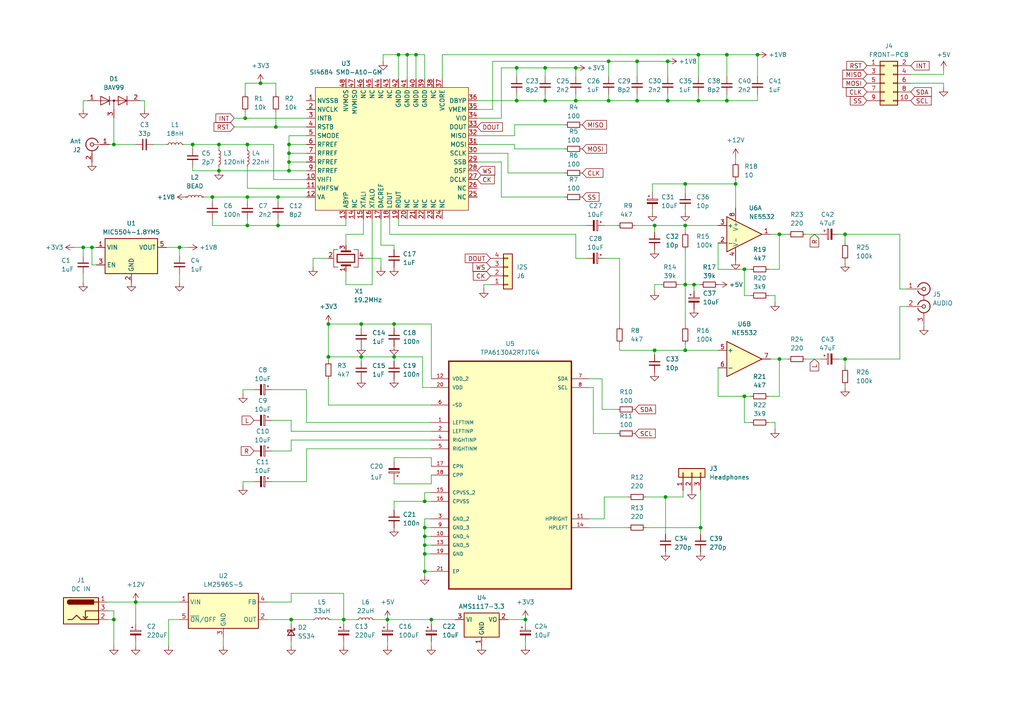
<source format=kicad_sch>
(kicad_sch (version 20250114) (generator "eeschema") (generator_version "9.0")
  (paper "A4")
  (title_block (title "SI4684 SMD DAB ontvanger") (date "2024-03-11") (rev "1") (company "PE5PVB"))
  (junction (at 202.565 29.21))
  (junction (at 167.005 19.685))
  (junction (at 115.57 15.875))
  (junction (at 55.88 41.91))
  (junction (at 167.005 29.21))
  (junction (at 215.9 114.935))
  (junction (at 201.295 82.55))
  (junction (at 120.65 15.875))
  (junction (at 149.86 19.685))
  (junction (at 149.86 29.21))
  (junction (at 158.115 29.21))
  (junction (at 245.11 104.14))
  (junction (at 198.755 65.405))
  (junction (at 123.19 155.575))
  (junction (at 104.775 93.98))
  (junction (at 61.595 57.15))
  (junction (at 39.37 174.625))
  (junction (at 245.11 67.945))
  (junction (at 213.36 53.34))
  (junction (at 80.645 57.15))
  (junction (at 33.02 179.705))
  (junction (at 193.04 144.145))
  (junction (at 176.53 29.21))
  (junction (at 63.5 49.53))
  (junction (at 202.565 15.875))
  (junction (at 52.07 71.755))
  (junction (at 114.3 103.505))
  (junction (at 83.82 46.99))
  (junction (at 198.755 101.6))
  (junction (at 189.865 65.405))
  (junction (at 210.82 29.21))
  (junction (at 114.3 93.98))
  (junction (at 184.785 17.78))
  (junction (at 83.82 49.53))
  (junction (at 215.9 78.105))
  (junction (at 176.53 17.78))
  (junction (at 123.19 158.115))
  (junction (at 99.695 179.705))
  (junction (at 71.755 57.15))
  (junction (at 71.755 41.91))
  (junction (at 184.785 29.21))
  (junction (at 193.675 29.21))
  (junction (at 80.01 36.83))
  (junction (at 24.13 71.755))
  (junction (at 158.115 19.685))
  (junction (at 26.67 71.755))
  (junction (at 95.25 93.98))
  (junction (at 198.755 53.34))
  (junction (at 123.19 165.735))
  (junction (at 226.06 67.945))
  (junction (at 152.4 179.705))
  (junction (at 198.755 82.55))
  (junction (at 118.11 15.875))
  (junction (at 219.71 15.875))
  (junction (at 189.865 101.6))
  (junction (at 95.25 103.505))
  (junction (at 84.455 179.705))
  (junction (at 123.19 145.415))
  (junction (at 80.645 65.405))
  (junction (at 71.12 34.29))
  (junction (at 83.82 44.45))
  (junction (at 123.19 153.035))
  (junction (at 71.755 65.405))
  (junction (at 112.395 179.705))
  (junction (at 83.82 41.91))
  (junction (at 123.19 160.655))
  (junction (at 104.775 103.505))
  (junction (at 210.82 15.875))
  (junction (at 75.565 24.13))
  (junction (at 63.5 41.91))
  (junction (at 203.2 153.035))
  (junction (at 125.095 179.705))
  (junction (at 33.02 41.91))
  (junction (at 226.06 104.14))
  (junction (at 193.675 17.78))
  (wire (pts (xy 84.455 172.085) (xy 84.455 174.625)))
  (wire (pts (xy 179.705 74.93) (xy 179.705 94.615)))
  (wire (pts (xy 114.3 132.715) (xy 114.3 133.985)))
  (wire (pts (xy 198.755 82.55) (xy 198.755 94.615)))
  (wire (pts (xy 64.77 184.785) (xy 64.77 187.325)))
  (wire (pts (xy 88.9 122.555) (xy 88.9 113.03)))
  (wire (pts (xy 88.9 54.61) (xy 71.755 54.61)))
  (wire (pts (xy 170.815 109.855) (xy 174.625 109.855)))
  (wire (pts (xy 267.97 93.98) (xy 267.97 94.615)))
  (wire (pts (xy 31.115 179.705) (xy 33.02 179.705)))
  (wire (pts (xy 202.565 29.21) (xy 210.82 29.21)))
  (wire (pts (xy 149.86 29.21) (xy 158.115 29.21)))
  (wire (pts (xy 39.37 186.055) (xy 39.37 187.325)))
  (wire (pts (xy 138.43 46.99) (xy 145.415 46.99)))
  (wire (pts (xy 208.28 114.935) (xy 215.9 114.935)))
  (wire (pts (xy 125.095 179.705) (xy 125.095 180.975)))
  (wire (pts (xy 193.675 17.78) (xy 193.675 22.225)))
  (wire (pts (xy 107.95 82.55) (xy 107.95 63.5)))
  (wire (pts (xy 100.33 78.74) (xy 100.33 82.55)))
  (wire (pts (xy 39.37 174.625) (xy 39.37 180.975)))
  (wire (pts (xy 198.755 65.405) (xy 198.755 67.31)))
  (wire (pts (xy 149.225 39.37) (xy 149.225 36.195)))
  (wire (pts (xy 31.115 174.625) (xy 39.37 174.625)))
  (wire (pts (xy 33.02 41.91) (xy 39.37 41.91)))
  (wire (pts (xy 95.25 74.93) (xy 90.805 74.93)))
  (wire (pts (xy 75.565 24.13) (xy 80.01 24.13)))
  (wire (pts (xy 210.82 15.875) (xy 219.71 15.875)))
  (wire (pts (xy 138.43 31.75) (xy 142.875 31.75)))
  (wire (pts (xy 138.43 29.21) (xy 149.86 29.21)))
  (wire (pts (xy 105.41 67.945) (xy 100.33 67.945)))
  (wire (pts (xy 115.57 22.86) (xy 115.57 15.875)))
  (wire (pts (xy 53.34 41.91) (xy 55.88 41.91)))
  (wire (pts (xy 175.26 144.145) (xy 175.26 150.495)))
  (wire (pts (xy 210.82 29.21) (xy 210.82 27.305)))
  (wire (pts (xy 52.07 179.705) (xy 48.895 179.705)))
  (wire (pts (xy 26.67 71.755) (xy 27.94 71.755)))
  (wire (pts (xy 95.885 179.705) (xy 99.695 179.705)))
  (wire (pts (xy 198.755 53.34) (xy 198.755 55.88)))
  (wire (pts (xy 84.455 127.635) (xy 125.095 127.635)))
  (wire (pts (xy 67.945 36.83) (xy 80.01 36.83)))
  (wire (pts (xy 170.815 112.395) (xy 172.085 112.395)))
  (wire (pts (xy 79.375 52.07) (xy 79.375 41.91)))
  (wire (pts (xy 114.3 93.98) (xy 114.3 95.25)))
  (wire (pts (xy 114.3 93.98) (xy 125.095 93.98)))
  (wire (pts (xy 189.23 53.34) (xy 189.23 55.88)))
  (wire (pts (xy 198.12 144.145) (xy 198.12 142.24)))
  (wire (pts (xy 210.82 15.875) (xy 210.82 22.225)))
  (wire (pts (xy 196.85 82.55) (xy 198.755 82.55)))
  (wire (pts (xy 114.3 132.715) (xy 125.095 132.715)))
  (wire (pts (xy 95.25 93.98) (xy 95.25 103.505)))
  (wire (pts (xy 104.775 103.505) (xy 104.775 104.775)))
  (wire (pts (xy 123.19 150.495) (xy 123.19 153.035)))
  (wire (pts (xy 41.91 29.21) (xy 40.64 29.21)))
  (wire (pts (xy 149.86 29.21) (xy 149.86 27.305)))
  (wire (pts (xy 226.06 67.945) (xy 226.06 78.105)))
  (wire (pts (xy 95.25 109.855) (xy 95.25 117.475)))
  (wire (pts (xy 125.095 93.98) (xy 125.095 109.855)))
  (wire (pts (xy 71.755 65.405) (xy 71.755 63.5)))
  (wire (pts (xy 176.53 29.21) (xy 176.53 27.305)))
  (wire (pts (xy 84.455 130.81) (xy 78.74 130.81)))
  (wire (pts (xy 24.13 71.755) (xy 24.13 74.295)))
  (wire (pts (xy 114.3 140.335) (xy 114.3 139.065)))
  (wire (pts (xy 245.11 75.565) (xy 245.11 76.2)))
  (wire (pts (xy 118.11 22.86) (xy 118.11 15.875)))
  (wire (pts (xy 27.94 76.835) (xy 26.67 76.835)))
  (wire (pts (xy 100.33 65.405) (xy 100.33 63.5)))
  (wire (pts (xy 80.645 57.15) (xy 80.645 58.42)))
  (wire (pts (xy 114.3 140.335) (xy 125.095 140.335)))
  (wire (pts (xy 71.12 24.13) (xy 75.565 24.13)))
  (wire (pts (xy 224.79 85.725) (xy 222.885 85.725)))
  (wire (pts (xy 198.755 99.695) (xy 198.755 101.6)))
  (wire (pts (xy 152.4 180.975) (xy 152.4 179.705)))
  (wire (pts (xy 63.5 41.91) (xy 63.5 43.18)))
  (wire (pts (xy 112.395 179.705) (xy 125.095 179.705)))
  (wire (pts (xy 215.9 122.555) (xy 217.805 122.555)))
  (wire (pts (xy 84.455 186.055) (xy 84.455 187.325)))
  (wire (pts (xy 203.2 153.035) (xy 203.2 154.94)))
  (wire (pts (xy 145.415 46.99) (xy 145.415 57.15)))
  (wire (pts (xy 187.325 144.145) (xy 193.04 144.145)))
  (wire (pts (xy 70.485 139.7) (xy 70.485 140.97)))
  (wire (pts (xy 149.225 36.195) (xy 163.83 36.195)))
  (wire (pts (xy 184.785 17.78) (xy 184.785 22.225)))
  (wire (pts (xy 224.79 122.555) (xy 222.885 122.555)))
  (wire (pts (xy 167.005 67.945) (xy 167.005 74.93)))
  (wire (pts (xy 61.595 65.405) (xy 71.755 65.405)))
  (wire (pts (xy 84.455 179.705) (xy 84.455 180.975)))
  (wire (pts (xy 226.06 67.945) (xy 228.6 67.945)))
  (wire (pts (xy 88.9 113.03) (xy 78.74 113.03)))
  (wire (pts (xy 104.775 93.98) (xy 104.775 95.25)))
  (wire (pts (xy 108.585 179.705) (xy 112.395 179.705)))
  (wire (pts (xy 88.9 41.91) (xy 83.82 41.91)))
  (wire (pts (xy 149.86 19.685) (xy 158.115 19.685)))
  (wire (pts (xy 99.695 186.055) (xy 99.695 187.325)))
  (wire (pts (xy 226.06 104.14) (xy 228.6 104.14)))
  (wire (pts (xy 123.19 158.115) (xy 123.19 160.655)))
  (wire (pts (xy 174.625 109.855) (xy 174.625 118.745)))
  (wire (pts (xy 123.19 22.86) (xy 123.19 15.875)))
  (wire (pts (xy 233.68 104.14) (xy 238.125 104.14)))
  (wire (pts (xy 128.27 22.86) (xy 128.27 15.875)))
  (wire (pts (xy 104.775 103.505) (xy 95.25 103.505)))
  (wire (pts (xy 123.19 155.575) (xy 125.095 155.575)))
  (wire (pts (xy 189.865 101.6) (xy 179.705 101.6)))
  (wire (pts (xy 123.19 15.875) (xy 120.65 15.875)))
  (wire (pts (xy 120.65 22.86) (xy 120.65 15.875)))
  (wire (pts (xy 115.57 15.875) (xy 111.125 15.875)))
  (wire (pts (xy 24.13 29.21) (xy 25.4 29.21)))
  (wire (pts (xy 100.33 67.945) (xy 100.33 71.12)))
  (wire (pts (xy 147.32 44.45) (xy 147.32 50.165)))
  (wire (pts (xy 123.19 160.655) (xy 125.095 160.655)))
  (wire (pts (xy 152.4 186.055) (xy 152.4 187.325)))
  (wire (pts (xy 245.11 106.68) (xy 245.11 104.14)))
  (wire (pts (xy 215.9 78.105) (xy 217.805 78.105)))
  (wire (pts (xy 61.595 63.5) (xy 61.595 65.405)))
  (wire (pts (xy 24.13 79.375) (xy 24.13 81.915)))
  (wire (pts (xy 138.43 41.91) (xy 149.225 41.91)))
  (wire (pts (xy 123.19 142.875) (xy 123.19 145.415)))
  (wire (pts (xy 201.295 82.55) (xy 203.2 82.55)))
  (wire (pts (xy 71.755 65.405) (xy 80.645 65.405)))
  (wire (pts (xy 84.455 121.92) (xy 78.74 121.92)))
  (wire (pts (xy 219.71 29.21) (xy 219.71 27.305)))
  (wire (pts (xy 71.755 41.91) (xy 71.755 43.18)))
  (wire (pts (xy 114.3 104.775) (xy 114.3 103.505)))
  (wire (pts (xy 63.5 41.91) (xy 55.88 41.91)))
  (wire (pts (xy 61.595 57.15) (xy 61.595 58.42)))
  (wire (pts (xy 215.9 85.725) (xy 217.805 85.725)))
  (wire (pts (xy 125.095 145.415) (xy 123.19 145.415)))
  (wire (pts (xy 105.41 74.93) (xy 110.49 74.93)))
  (wire (pts (xy 80.645 57.15) (xy 71.755 57.15)))
  (wire (pts (xy 88.9 122.555) (xy 125.095 122.555)))
  (wire (pts (xy 202.565 15.875) (xy 202.565 22.225)))
  (wire (pts (xy 167.005 19.685) (xy 167.005 22.225)))
  (wire (pts (xy 226.06 104.14) (xy 226.06 114.935)))
  (wire (pts (xy 88.9 49.53) (xy 83.82 49.53)))
  (wire (pts (xy 113.03 63.5) (xy 113.03 67.945)))
  (wire (pts (xy 125.095 140.335) (xy 125.095 137.795)))
  (wire (pts (xy 208.28 78.105) (xy 208.28 70.485)))
  (wire (pts (xy 175.26 65.405) (xy 179.07 65.405)))
  (wire (pts (xy 125.095 112.395) (xy 122.555 112.395)))
  (wire (pts (xy 152.4 179.705) (xy 147.32 179.705)))
  (wire (pts (xy 125.095 186.055) (xy 125.095 187.325)))
  (wire (pts (xy 223.52 67.945) (xy 226.06 67.945)))
  (wire (pts (xy 145.415 34.29) (xy 145.415 19.685)))
  (wire (pts (xy 31.75 41.91) (xy 33.02 41.91)))
  (wire (pts (xy 122.555 112.395) (xy 122.555 103.505)))
  (wire (pts (xy 84.455 127.635) (xy 84.455 130.81)))
  (wire (pts (xy 184.785 17.78) (xy 193.675 17.78)))
  (wire (pts (xy 71.755 54.61) (xy 71.755 48.26)))
  (wire (pts (xy 88.9 57.15) (xy 80.645 57.15)))
  (wire (pts (xy 120.65 15.875) (xy 118.11 15.875)))
  (wire (pts (xy 80.645 65.405) (xy 80.645 63.5)))
  (wire (pts (xy 123.19 153.035) (xy 125.095 153.035)))
  (wire (pts (xy 184.785 29.21) (xy 184.785 27.305)))
  (wire (pts (xy 167.005 29.21) (xy 167.005 27.305)))
  (wire (pts (xy 145.415 57.15) (xy 163.83 57.15)))
  (wire (pts (xy 198.755 65.405) (xy 208.28 65.405)))
  (wire (pts (xy 125.095 179.705) (xy 132.08 179.705)))
  (wire (pts (xy 149.225 43.18) (xy 163.83 43.18)))
  (wire (pts (xy 198.755 72.39) (xy 198.755 82.55)))
  (wire (pts (xy 123.19 165.735) (xy 123.19 167.005)))
  (wire (pts (xy 208.28 114.935) (xy 208.28 106.68)))
  (wire (pts (xy 260.985 88.9) (xy 260.985 104.14)))
  (wire (pts (xy 193.675 29.21) (xy 193.675 27.305)))
  (wire (pts (xy 147.32 50.165) (xy 163.83 50.165)))
  (wire (pts (xy 260.985 83.82) (xy 262.89 83.82)))
  (wire (pts (xy 114.3 72.39) (xy 114.3 71.12)))
  (wire (pts (xy 189.865 84.455) (xy 189.865 82.55)))
  (wire (pts (xy 83.82 41.91) (xy 83.82 44.45)))
  (wire (pts (xy 213.36 52.07) (xy 213.36 53.34)))
  (wire (pts (xy 193.04 144.145) (xy 193.04 154.94)))
  (wire (pts (xy 48.26 71.755) (xy 52.07 71.755)))
  (wire (pts (xy 176.53 29.21) (xy 184.785 29.21)))
  (wire (pts (xy 88.9 130.175) (xy 88.9 139.7)))
  (wire (pts (xy 88.9 139.7) (xy 78.74 139.7)))
  (wire (pts (xy 84.455 172.085) (xy 99.695 172.085)))
  (wire (pts (xy 83.82 49.53) (xy 83.82 46.99)))
  (wire (pts (xy 90.805 74.93) (xy 90.805 77.47)))
  (wire (pts (xy 138.43 34.29) (xy 145.415 34.29)))
  (wire (pts (xy 88.9 52.07) (xy 79.375 52.07)))
  (wire (pts (xy 213.36 53.34) (xy 198.755 53.34)))
  (wire (pts (xy 145.415 19.685) (xy 149.86 19.685)))
  (wire (pts (xy 33.02 179.705) (xy 33.02 187.325)))
  (wire (pts (xy 198.755 60.96) (xy 198.755 61.595)))
  (wire (pts (xy 245.11 67.945) (xy 260.985 67.945)))
  (wire (pts (xy 112.395 179.705) (xy 112.395 180.975)))
  (wire (pts (xy 260.985 104.14) (xy 245.11 104.14)))
  (wire (pts (xy 125.095 132.715) (xy 125.095 135.255)))
  (wire (pts (xy 48.895 179.705) (xy 48.895 187.325)))
  (wire (pts (xy 226.06 114.935) (xy 222.885 114.935)))
  (wire (pts (xy 114.3 145.415) (xy 114.3 147.955)))
  (wire (pts (xy 99.695 179.705) (xy 103.505 179.705)))
  (wire (pts (xy 118.11 15.875) (xy 115.57 15.875)))
  (wire (pts (xy 158.115 19.685) (xy 167.005 19.685)))
  (wire (pts (xy 55.88 48.26) (xy 55.88 49.53)))
  (wire (pts (xy 88.9 46.99) (xy 83.82 46.99)))
  (wire (pts (xy 125.095 142.875) (xy 123.19 142.875)))
  (wire (pts (xy 80.01 36.83) (xy 88.9 36.83)))
  (wire (pts (xy 95.25 103.505) (xy 95.25 104.775)))
  (wire (pts (xy 67.945 34.29) (xy 71.12 34.29)))
  (wire (pts (xy 71.12 32.385) (xy 71.12 34.29)))
  (wire (pts (xy 184.785 29.21) (xy 193.675 29.21)))
  (wire (pts (xy 262.89 88.9) (xy 260.985 88.9)))
  (wire (pts (xy 176.53 17.78) (xy 176.53 22.225)))
  (wire (pts (xy 71.755 57.15) (xy 71.755 58.42)))
  (wire (pts (xy 59.055 57.15) (xy 61.595 57.15)))
  (wire (pts (xy 201.295 82.55) (xy 201.295 84.455)))
  (wire (pts (xy 217.805 114.935) (xy 215.9 114.935)))
  (wire (pts (xy 104.775 93.98) (xy 114.3 93.98)))
  (wire (pts (xy 208.28 101.6) (xy 198.755 101.6)))
  (wire (pts (xy 110.49 74.93) (xy 110.49 77.47)))
  (wire (pts (xy 83.82 46.99) (xy 83.82 44.45)))
  (wire (pts (xy 174.625 118.745) (xy 179.07 118.745)))
  (wire (pts (xy 213.36 45.72) (xy 213.36 46.99)))
  (wire (pts (xy 172.085 112.395) (xy 172.085 125.73)))
  (wire (pts (xy 52.07 71.755) (xy 52.07 74.295)))
  (wire (pts (xy 210.82 29.21) (xy 219.71 29.21)))
  (wire (pts (xy 245.11 111.76) (xy 245.11 112.395)))
  (wire (pts (xy 167.005 74.93) (xy 170.18 74.93)))
  (wire (pts (xy 44.45 41.91) (xy 48.26 41.91)))
  (wire (pts (xy 73.66 139.7) (xy 70.485 139.7)))
  (wire (pts (xy 208.28 78.105) (xy 215.9 78.105)))
  (wire (pts (xy 264.16 21.59) (xy 273.685 21.59)))
  (wire (pts (xy 88.9 130.175) (xy 125.095 130.175)))
  (wire (pts (xy 149.86 19.685) (xy 149.86 22.225)))
  (wire (pts (xy 80.645 65.405) (xy 100.33 65.405)))
  (wire (pts (xy 138.43 44.45) (xy 147.32 44.45)))
  (wire (pts (xy 71.755 41.91) (xy 63.5 41.91)))
  (wire (pts (xy 84.455 174.625) (xy 77.47 174.625)))
  (wire (pts (xy 264.16 24.13) (xy 273.685 24.13)))
  (wire (pts (xy 189.23 60.96) (xy 189.23 61.595)))
  (wire (pts (xy 95.25 117.475) (xy 125.095 117.475)))
  (wire (pts (xy 26.67 71.755) (xy 26.67 76.835)))
  (wire (pts (xy 52.07 174.625) (xy 39.37 174.625)))
  (wire (pts (xy 189.865 82.55) (xy 191.77 82.55)))
  (wire (pts (xy 158.115 29.21) (xy 158.115 27.305)))
  (wire (pts (xy 71.755 57.15) (xy 61.595 57.15)))
  (wire (pts (xy 202.565 29.21) (xy 202.565 27.305)))
  (wire (pts (xy 193.675 29.21) (xy 202.565 29.21)))
  (wire (pts (xy 175.26 144.145) (xy 182.245 144.145)))
  (wire (pts (xy 123.19 158.115) (xy 125.095 158.115)))
  (wire (pts (xy 142.24 82.55) (xy 140.335 82.55)))
  (wire (pts (xy 71.12 34.29) (xy 88.9 34.29)))
  (wire (pts (xy 187.325 153.035) (xy 203.2 153.035)))
  (wire (pts (xy 31.115 177.165) (xy 33.02 177.165)))
  (wire (pts (xy 100.33 82.55) (xy 107.95 82.55)))
  (wire (pts (xy 142.875 31.75) (xy 142.875 17.78)))
  (wire (pts (xy 71.12 24.13) (xy 71.12 27.305)))
  (wire (pts (xy 88.9 39.37) (xy 83.82 39.37)))
  (wire (pts (xy 233.68 67.945) (xy 238.125 67.945)))
  (wire (pts (xy 176.53 17.78) (xy 184.785 17.78)))
  (wire (pts (xy 273.685 24.13) (xy 273.685 25.4)))
  (wire (pts (xy 189.865 101.6) (xy 189.865 102.87)))
  (wire (pts (xy 52.07 71.755) (xy 54.61 71.755)))
  (wire (pts (xy 123.19 155.575) (xy 123.19 158.115)))
  (wire (pts (xy 55.88 49.53) (xy 63.5 49.53)))
  (wire (pts (xy 202.565 15.875) (xy 210.82 15.875)))
  (wire (pts (xy 84.455 179.705) (xy 90.805 179.705)))
  (wire (pts (xy 110.49 63.5) (xy 110.49 71.12)))
  (wire (pts (xy 80.01 24.13) (xy 80.01 27.305)))
  (wire (pts (xy 215.9 78.105) (xy 215.9 85.725)))
  (wire (pts (xy 184.15 65.405) (xy 189.865 65.405)))
  (wire (pts (xy 223.52 104.14) (xy 226.06 104.14)))
  (wire (pts (xy 115.57 65.405) (xy 170.18 65.405)))
  (wire (pts (xy 79.375 41.91) (xy 71.755 41.91)))
  (wire (pts (xy 114.3 103.505) (xy 122.555 103.505)))
  (wire (pts (xy 83.82 44.45) (xy 88.9 44.45)))
  (wire (pts (xy 260.985 67.945) (xy 260.985 83.82)))
  (wire (pts (xy 198.755 82.55) (xy 201.295 82.55)))
  (wire (pts (xy 113.03 67.945) (xy 167.005 67.945)))
  (wire (pts (xy 273.685 21.59) (xy 273.685 20.32)))
  (wire (pts (xy 142.875 17.78) (xy 176.53 17.78)))
  (wire (pts (xy 55.88 41.91) (xy 55.88 43.18)))
  (wire (pts (xy 158.115 29.21) (xy 167.005 29.21)))
  (wire (pts (xy 21.59 71.755) (xy 24.13 71.755)))
  (wire (pts (xy 170.815 153.035) (xy 182.245 153.035)))
  (wire (pts (xy 83.82 39.37) (xy 83.82 41.91)))
  (wire (pts (xy 224.79 87.63) (xy 224.79 85.725)))
  (wire (pts (xy 167.005 29.21) (xy 176.53 29.21)))
  (wire (pts (xy 243.205 67.945) (xy 245.11 67.945)))
  (wire (pts (xy 245.11 104.14) (xy 243.205 104.14)))
  (wire (pts (xy 70.485 113.03) (xy 70.485 114.3)))
  (wire (pts (xy 115.57 63.5) (xy 115.57 65.405)))
  (wire (pts (xy 83.82 49.53) (xy 63.5 49.53)))
  (wire (pts (xy 104.775 103.505) (xy 114.3 103.505)))
  (wire (pts (xy 84.455 125.095) (xy 125.095 125.095)))
  (wire (pts (xy 189.865 67.31) (xy 189.865 65.405)))
  (wire (pts (xy 170.815 150.495) (xy 175.26 150.495)))
  (wire (pts (xy 33.02 177.165) (xy 33.02 179.705)))
  (wire (pts (xy 41.91 31.75) (xy 41.91 29.21)))
  (wire (pts (xy 179.705 74.93) (xy 175.26 74.93)))
  (wire (pts (xy 198.755 53.34) (xy 189.23 53.34)))
  (wire (pts (xy 95.25 93.98) (xy 104.775 93.98)))
  (wire (pts (xy 128.27 15.875) (xy 202.565 15.875)))
  (wire (pts (xy 112.395 186.055) (xy 112.395 187.325)))
  (wire (pts (xy 158.115 19.685) (xy 158.115 22.225)))
  (wire (pts (xy 99.695 179.705) (xy 99.695 180.975)))
  (wire (pts (xy 123.19 160.655) (xy 123.19 165.735)))
  (wire (pts (xy 105.41 63.5) (xy 105.41 67.945)))
  (wire (pts (xy 149.225 41.91) (xy 149.225 43.18)))
  (wire (pts (xy 73.66 113.03) (xy 70.485 113.03)))
  (wire (pts (xy 123.19 165.735) (xy 125.095 165.735)))
  (wire (pts (xy 224.79 124.46) (xy 224.79 122.555)))
  (wire (pts (xy 33.02 34.29) (xy 33.02 41.91)))
  (wire (pts (xy 84.455 125.095) (xy 84.455 121.92)))
  (wire (pts (xy 140.335 82.55) (xy 140.335 83.82)))
  (wire (pts (xy 77.47 179.705) (xy 84.455 179.705)))
  (wire (pts (xy 172.085 125.73) (xy 179.07 125.73)))
  (wire (pts (xy 198.755 101.6) (xy 189.865 101.6)))
  (wire (pts (xy 80.01 32.385) (xy 80.01 36.83)))
  (wire (pts (xy 63.5 49.53) (xy 63.5 48.26)))
  (wire (pts (xy 219.71 15.875) (xy 219.71 22.225)))
  (wire (pts (xy 213.36 60.325) (xy 213.36 53.34)))
  (wire (pts (xy 123.19 153.035) (xy 123.19 155.575)))
  (wire (pts (xy 226.06 78.105) (xy 222.885 78.105)))
  (wire (pts (xy 125.095 150.495) (xy 123.19 150.495)))
  (wire (pts (xy 99.695 179.705) (xy 99.695 172.085)))
  (wire (pts (xy 193.04 144.145) (xy 198.12 144.145)))
  (wire (pts (xy 179.705 101.6) (xy 179.705 99.695)))
  (wire (pts (xy 24.13 31.75) (xy 24.13 29.21)))
  (wire (pts (xy 114.3 71.12) (xy 110.49 71.12)))
  (wire (pts (xy 52.07 79.375) (xy 52.07 81.915)))
  (wire (pts (xy 215.9 114.935) (xy 215.9 122.555)))
  (wire (pts (xy 138.43 39.37) (xy 149.225 39.37)))
  (wire (pts (xy 245.11 67.945) (xy 245.11 70.485)))
  (wire (pts (xy 24.13 71.755) (xy 26.67 71.755)))
  (wire (pts (xy 123.19 145.415) (xy 114.3 145.415)))
  (wire (pts (xy 189.865 65.405) (xy 198.755 65.405)))
  (wire (pts (xy 111.125 15.875) (xy 111.125 17.78)))
  (wire (pts (xy 203.2 153.035) (xy 203.2 142.24)))
  (global_label "DOUT" (shape input) (at 138.43 36.83 0) (property "Intersheetrefs" "${INTERSHEET_REFS}" (effects (hide yes))))
  (global_label "MISO" (shape input) (at 168.91 36.195 0) (property "Intersheetrefs" "${INTERSHEET_REFS}" (effects (hide yes))))
  (global_label "SS" (shape input) (at 251.46 29.21 180) (property "Intersheetrefs" "${INTERSHEET_REFS}" (effects (hide yes))))
  (global_label "SDA" (shape input) (at 184.15 118.745 0) (property "Intersheetrefs" "${INTERSHEET_REFS}" (effects (hide yes))))
  (global_label "SDA" (shape input) (at 264.16 26.67 0) (property "Intersheetrefs" "${INTERSHEET_REFS}" (effects (hide yes))))
  (global_label "RST" (shape input) (at 67.945 36.83 180) (property "Intersheetrefs" "${INTERSHEET_REFS}" (effects (hide yes))))
  (global_label "RST" (shape input) (at 251.46 19.05 180) (property "Intersheetrefs" "${INTERSHEET_REFS}" (effects (hide yes))))
  (global_label "L" (shape input) (at 236.22 104.14 270) (property "Intersheetrefs" "${INTERSHEET_REFS}" (effects (hide yes))))
  (global_label "MOSI" (shape input) (at 251.46 24.13 180) (property "Intersheetrefs" "${INTERSHEET_REFS}" (effects (hide yes))))
  (global_label "CK" (shape input) (at 138.43 52.07 0) (property "Intersheetrefs" "${INTERSHEET_REFS}" (effects (hide yes))))
  (global_label "SS" (shape input) (at 168.91 57.15 0) (property "Intersheetrefs" "${INTERSHEET_REFS}" (effects (hide yes))))
  (global_label "R" (shape input) (at 236.22 67.945 270) (property "Intersheetrefs" "${INTERSHEET_REFS}" (effects (hide yes))))
  (global_label "MISO" (shape input) (at 251.46 21.59 180) (property "Intersheetrefs" "${INTERSHEET_REFS}" (effects (hide yes))))
  (global_label "R" (shape input) (at 73.66 130.81 180) (property "Intersheetrefs" "${INTERSHEET_REFS}" (effects (hide yes))))
  (global_label "INT" (shape input) (at 264.16 19.05 0) (property "Intersheetrefs" "${INTERSHEET_REFS}" (effects (hide yes))))
  (global_label "INT" (shape input) (at 67.945 34.29 180) (property "Intersheetrefs" "${INTERSHEET_REFS}" (effects (hide yes))))
  (global_label "MOSI" (shape input) (at 168.91 43.18 0) (property "Intersheetrefs" "${INTERSHEET_REFS}" (effects (hide yes))))
  (global_label "DOUT" (shape input) (at 142.24 74.93 180) (property "Intersheetrefs" "${INTERSHEET_REFS}" (effects (hide yes))))
  (global_label "L" (shape input) (at 73.66 121.92 180) (property "Intersheetrefs" "${INTERSHEET_REFS}" (effects (hide yes))))
  (global_label "CLK" (shape input) (at 251.46 26.67 180) (property "Intersheetrefs" "${INTERSHEET_REFS}" (effects (hide yes))))
  (global_label "CLK" (shape input) (at 168.91 50.165 0) (property "Intersheetrefs" "${INTERSHEET_REFS}" (effects (hide yes))))
  (global_label "SCL" (shape input) (at 264.16 29.21 0) (property "Intersheetrefs" "${INTERSHEET_REFS}" (effects (hide yes))))
  (global_label "SCL" (shape input) (at 184.15 125.73 0) (property "Intersheetrefs" "${INTERSHEET_REFS}" (effects (hide yes))))
  (global_label "WS" (shape input) (at 138.43 49.53 0) (property "Intersheetrefs" "${INTERSHEET_REFS}" (effects (hide yes))))
  (global_label "WS" (shape input) (at 142.24 77.47 180) (property "Intersheetrefs" "${INTERSHEET_REFS}" (effects (hide yes))))
  (global_label "CK" (shape input) (at 142.24 80.01 180) (property "Intersheetrefs" "${INTERSHEET_REFS}" (effects (hide yes))))
  (symbol (lib_id "Device:R_Small") (at 220.345 114.935 90) (unit 1)
    (property "Reference" "R21" (at 220.345 109.22 90))
    (property "Value" "4k7" (at 220.345 111.76 90))
    (property "Footprint" "Resistor_SMD:R_0603_1608Metric" (effects (hide yes)))
  )
  (symbol (lib_id "power:GND") (at 26.67 46.99 0) (unit 1)
    (property "Reference" "#PWR04" (effects (hide yes)))
    (property "Value" "GND" (effects (hide yes)))
  )
  (symbol (lib_id "Device:C_Small") (at 80.645 60.96 0) (unit 1)
    (property "Reference" "C12" (at 83.82 59.6963 0) (effects (justify left)))
    (property "Value" "8p2" (at 83.82 62.2363 0) (effects (justify left)))
    (property "Footprint" "Capacitor_SMD:C_0603_1608Metric" (effects (hide yes)))
  )
  (symbol (lib_id "SI4684 SMD:TPA6130A2RTJTG4") (at 147.955 135.255 0) (unit 1)
    (property "Reference" "U5" (at 147.955 99.695 0))
    (property "Value" "TPA6130A2RTJTG4" (at 147.955 102.235 0))
    (property "Footprint" "Package_DFN_QFN:QFN-20-1EP_4x4mm_P0.5mm_EP2.7x2.7mm" (effects (hide yes)))
    (property "MPN" "TPA6130A2RTJTG4" (effects (hide yes)))
    (property "PACKAGE" "QFN-20" (effects (hide yes)))
    (property "SUPPLIER" "Texas Instruments" (effects (hide yes)))
    (property "OC_FARNELL" "1697156" (effects (hide yes)))
    (property "OC_NEWARK" "34M0132" (effects (hide yes)))
  )
  (symbol (lib_id "power:GND") (at 39.37 187.325 0) (unit 1)
    (property "Reference" "#PWR08" (effects (hide yes)))
    (property "Value" "GND" (effects (hide yes)))
  )
  (symbol (lib_id "power:GND") (at 70.485 140.97 0) (unit 1)
    (property "Reference" "#PWR017" (effects (hide yes)))
    (property "Value" "GND" (effects (hide yes)))
  )
  (symbol (lib_id "Device:L_Small") (at 71.755 45.72 0) (unit 1)
    (property "Reference" "L4" (at 73.025 44.45 0) (effects (justify left)))
    (property "Value" "22nH" (at 73.025 46.99 0) (effects (justify left)))
    (property "Footprint" "Inductor_SMD:L_0603_1608Metric" (effects (hide yes)))
  )
  (symbol (lib_id "power:GND") (at 114.3 77.47 0) (unit 1)
    (property "Reference" "#PWR030" (effects (hide yes)))
    (property "Value" "GND" (effects (hide yes)))
  )
  (symbol (lib_id "power:GND") (at 84.455 187.325 0) (unit 1)
    (property "Reference" "#PWR020" (effects (hide yes)))
    (property "Value" "GND" (effects (hide yes)))
  )
  (symbol (lib_id "Device:C_Polarized_Small") (at 152.4 183.515 0) (unit 1)
    (property "Reference" "C24" (at 154.94 181.6989 0) (effects (justify left)))
    (property "Value" "10uF" (at 154.94 184.2389 0) (effects (justify left)))
    (property "Footprint" "Capacitor_SMD:CP_Elec_4x5.4" (effects (hide yes)))
  )
  (symbol (lib_id "Device:C_Small") (at 41.91 41.91 90) (unit 1)
    (property "Reference" "C3" (at 41.91 36.195 90))
    (property "Value" "33p" (at 41.91 38.735 90))
    (property "Footprint" "Capacitor_SMD:C_0603_1608Metric" (effects (hide yes)))
  )
  (symbol (lib_id "Device:C_Small") (at 210.82 24.765 0) (unit 1)
    (property "Reference" "C40" (at 213.995 23.5013 0) (effects (justify left)))
    (property "Value" "2n2" (at 213.995 26.0413 0) (effects (justify left)))
    (property "Footprint" "Capacitor_SMD:C_0603_1608Metric" (effects (hide yes)))
  )
  (symbol (lib_id "power:GND") (at 189.865 107.95 0) (unit 1)
    (property "Reference" "#PWR043" (effects (hide yes)))
    (property "Value" "GND" (effects (hide yes)))
  )
  (symbol (lib_id "power:GND") (at 99.695 187.325 0) (unit 1)
    (property "Reference" "#PWR023" (effects (hide yes)))
    (property "Value" "GND" (effects (hide yes)))
  )
  (symbol (lib_id "Device:C_Small") (at 167.005 24.765 0) (unit 1)
    (property "Reference" "C26" (at 170.18 23.5013 0) (effects (justify left)))
    (property "Value" "1uF" (at 170.18 26.0413 0) (effects (justify left)))
    (property "Footprint" "Capacitor_SMD:C_0603_1608Metric" (effects (hide yes)))
  )
  (symbol (lib_id "Device:C_Polarized_Small") (at 76.2 139.7 270) (unit 1)
    (property "Reference" "C11" (at 76.2 133.985 90))
    (property "Value" "10uF" (at 76.2 136.525 90))
    (property "Footprint" "Capacitor_SMD:CP_Elec_4x5.4" (effects (hide yes)))
  )
  (symbol (lib_id "Device:R_Small") (at 179.705 97.155 0) (unit 1)
    (property "Reference" "R8" (at 182.88 95.885 0) (effects (justify left)))
    (property "Value" "4k7" (at 182.88 98.425 0) (effects (justify left)))
    (property "Footprint" "Resistor_SMD:R_0603_1608Metric" (effects (hide yes)))
  )
  (symbol (lib_id "power:GND") (at 203.2 160.02 0) (unit 1)
    (property "Reference" "#PWR049" (effects (hide yes)))
    (property "Value" "GND" (effects (hide yes)))
  )
  (symbol (lib_id "Device:L_Small") (at 93.345 179.705 90) (unit 1)
    (property "Reference" "L5" (at 93.345 174.625 90))
    (property "Value" "33uH" (at 93.345 177.165 90))
    (property "Footprint" "Inductor_SMD:L_TracoPower_TCK-047_5.2x5.8mm" (effects (hide yes)))
  )
  (symbol (lib_id "Device:R_Small") (at 231.14 67.945 90) (unit 1)
    (property "Reference" "R23" (at 231.14 62.23 90))
    (property "Value" "220" (at 231.14 64.77 90))
    (property "Footprint" "Resistor_SMD:R_0603_1608Metric" (effects (hide yes)))
  )
  (symbol (lib_id "power:GND") (at 245.11 112.395 0) (unit 1)
    (property "Reference" "#PWR057" (effects (hide yes)))
    (property "Value" "GND" (effects (hide yes)))
  )
  (symbol (lib_id "power:GND") (at 114.3 109.855 0) (unit 1)
    (property "Reference" "#PWR032" (effects (hide yes)))
    (property "Value" "GND" (effects (hide yes)))
  )
  (symbol (lib_id "power:+1V8") (at 53.975 57.15 90) (unit 1)
    (property "Reference" "#PWR012" (effects (hide yes)))
    (property "Value" "+1V8" (at 50.8 57.15 90) (effects (justify left)))
  )
  (symbol (lib_id "power:GND") (at 104.775 109.855 0) (unit 1)
    (property "Reference" "#PWR025" (effects (hide yes)))
    (property "Value" "GND" (effects (hide yes)))
  )
  (symbol (lib_id "power:GND") (at 33.02 187.325 0) (unit 1)
    (property "Reference" "#PWR05" (effects (hide yes)))
    (property "Value" "GND" (effects (hide yes)))
  )
  (symbol (lib_id "Device:C_Small") (at 202.565 24.765 0) (unit 1)
    (property "Reference" "C38" (at 205.105 23.5013 0) (effects (justify left)))
    (property "Value" "8p2" (at 205.105 26.0413 0) (effects (justify left)))
    (property "Footprint" "Capacitor_SMD:C_0603_1608Metric" (effects (hide yes)))
  )
  (symbol (lib_id "Device:R_Small") (at 245.11 109.22 0) (unit 1)
    (property "Reference" "R26" (at 248.285 107.95 0) (effects (justify left)))
    (property "Value" "100k" (at 248.285 110.49 0) (effects (justify left)))
    (property "Footprint" "Resistor_SMD:R_0603_1608Metric" (effects (hide yes)))
  )
  (symbol (lib_id "power:GND") (at 224.79 87.63 0) (unit 1)
    (property "Reference" "#PWR054" (effects (hide yes)))
    (property "Value" "GND" (effects (hide yes)))
  )
  (symbol (lib_id "power:GND") (at 70.485 114.3 0) (unit 1)
    (property "Reference" "#PWR016" (effects (hide yes)))
    (property "Value" "GND" (effects (hide yes)))
  )
  (symbol (lib_id "Device:C_Small") (at 71.755 60.96 0) (unit 1)
    (property "Reference" "C7" (at 74.93 59.6963 0) (effects (justify left)))
    (property "Value" "2n2" (at 74.93 62.2363 0) (effects (justify left)))
    (property "Footprint" "Capacitor_SMD:C_0603_1608Metric" (effects (hide yes)))
  )
  (symbol (lib_id "power:GND") (at 267.97 94.615 0) (unit 1)
    (property "Reference" "#PWR058" (effects (hide yes)))
    (property "Value" "GND" (effects (hide yes)))
  )
  (symbol (lib_id "Device:C_Small") (at 193.675 24.765 0) (unit 1)
    (property "Reference" "C35" (at 196.85 23.5013 0) (effects (justify left)))
    (property "Value" "1uF" (at 196.85 26.0413 0) (effects (justify left)))
    (property "Footprint" "Capacitor_SMD:C_0603_1608Metric" (effects (hide yes)))
  )
  (symbol (lib_id "Connector_Generic:Conn_02x05_Odd_Even") (at 256.54 24.13 0) (unit 1)
    (property "Reference" "J4" (at 257.81 13.335 0))
    (property "Value" "FRONT-PCB" (at 257.81 15.875 0))
    (property "Footprint" "Connector_IDC:IDC-Header_2x05_P2.54mm_Vertical" (effects (hide yes)))
  )
  (symbol (lib_id "power:GND") (at 224.79 124.46 0) (unit 1)
    (property "Reference" "#PWR055" (effects (hide yes)))
    (property "Value" "GND" (effects (hide yes)))
  )
  (symbol (lib_id "power:GND") (at 63.5 49.53 0) (unit 1)
    (property "Reference" "#PWR014" (effects (hide yes)))
    (property "Value" "GND" (effects (hide yes)))
  )
  (symbol (lib_id "Device:R_Small") (at 166.37 57.15 90) (unit 1)
    (property "Reference" "R7" (at 166.37 52.07 90))
    (property "Value" "100" (at 166.37 54.61 90))
    (property "Footprint" "Resistor_SMD:R_0603_1608Metric" (effects (hide yes)))
  )
  (symbol (lib_id "Device:C_Small") (at 114.3 97.79 0) (unit 1)
    (property "Reference" "C18" (at 116.84 96.5263 0) (effects (justify left)))
    (property "Value" "100n" (at 116.84 99.0663 0) (effects (justify left)))
    (property "Footprint" "Capacitor_SMD:C_0603_1608Metric" (effects (hide yes)))
  )
  (symbol (lib_id "power:+1V8") (at 193.675 17.78 270) (unit 1)
    (property "Reference" "#PWR045" (effects (hide yes)))
    (property "Value" "+1V8" (at 196.85 17.78 90) (effects (justify left)))
  )
  (symbol (lib_id "power:GND") (at 245.11 76.2 0) (unit 1)
    (property "Reference" "#PWR056" (effects (hide yes)))
    (property "Value" "GND" (effects (hide yes)))
  )
  (symbol (lib_id "Device:C_Polarized_Small") (at 112.395 183.515 0) (unit 1)
    (property "Reference" "C16" (at 115.57 181.6989 0) (effects (justify left)))
    (property "Value" "100uF" (at 115.57 184.2389 0) (effects (justify left)))
    (property "Footprint" "Capacitor_SMD:CP_Elec_6.3x7.7" (effects (hide yes)))
  )
  (symbol (lib_id "Device:Crystal_GND24") (at 100.33 74.93 90) (unit 1)
    (property "Reference" "X1" (at 104.14 84.455 90))
    (property "Value" "19.2MHz" (at 106.68 86.995 90))
    (property "Footprint" "Crystal:Crystal_SMD_3225-4Pin_3.2x2.5mm" (effects (hide yes)))
  )
  (symbol (lib_id "power:GND") (at 48.895 187.325 0) (unit 1)
    (property "Reference" "#PWR010" (effects (hide yes)))
    (property "Value" "GND" (effects (hide yes)))
  )
  (symbol (lib_id "power:GND") (at 90.805 77.47 0) (unit 1)
    (property "Reference" "#PWR021" (effects (hide yes)))
    (property "Value" "GND" (effects (hide yes)))
  )
  (symbol (lib_id "power:GND") (at 140.335 83.82 0) (unit 1)
    (property "Reference" "#PWR019" (effects (hide yes)))
    (property "Value" "GND" (effects (hide yes)))
  )
  (symbol (lib_id "Amplifier_Operational:NE5532") (at 215.9 104.14 0) (unit 2)
    (property "Reference" "U6" (at 215.9 93.98 0))
    (property "Value" "NE5532" (at 215.9 96.52 0))
    (property "Footprint" "Package_SO:SOIC-8_3.9x4.9mm_P1.27mm" (effects (hide yes)))
    (property "Datasheet" "http://www.ti.com/lit/ds/symlink/ne5532.pdf" (effects (hide yes)))
  )
  (symbol (lib_id "power:GND") (at 114.3 100.33 0) (unit 1)
    (property "Reference" "#PWR031" (effects (hide yes)))
    (property "Value" "GND" (effects (hide yes)))
  )
  (symbol (lib_id "Regulator_Switching:LM2596S-5") (at 64.77 177.165 0) (unit 1)
    (property "Reference" "U2" (at 64.77 167.005 0))
    (property "Value" "LM2596S-5" (at 64.77 169.545 0))
    (property "Footprint" "Package_TO_SOT_SMD:TO-263-5_TabPin3" (effects (hide yes)))
    (property "Datasheet" "http://www.ti.com/lit/ds/symlink/lm2596.pdf" (effects (hide yes)))
    (property "Description" "5V 3A Step-Down Voltage Regulator, TO-263" (effects (hide yes)))
  )
  (symbol (lib_id "Device:R_Small") (at 231.14 104.14 90) (unit 1)
    (property "Reference" "R24" (at 231.14 98.425 90))
    (property "Value" "220" (at 231.14 100.965 90))
    (property "Footprint" "Resistor_SMD:R_0603_1608Metric" (effects (hide yes)))
  )
  (symbol (lib_id "Device:R_Small") (at 166.37 43.18 90) (unit 1)
    (property "Reference" "R5" (at 166.37 38.1 90))
    (property "Value" "100" (at 166.37 40.64 90))
    (property "Footprint" "Resistor_SMD:R_0603_1608Metric" (effects (hide yes)))
  )
  (symbol (lib_id "Device:C_Small") (at 176.53 24.765 0) (unit 1)
    (property "Reference" "C29" (at 179.07 23.5013 0) (effects (justify left)))
    (property "Value" "8p2" (at 179.07 26.0413 0) (effects (justify left)))
    (property "Footprint" "Capacitor_SMD:C_0603_1608Metric" (effects (hide yes)))
  )
  (symbol (lib_id "Connector:Conn_Coaxial") (at 26.67 41.91 0) (mirror y) (unit 1)
    (property "Reference" "J2" (at 23.495 43.4732 0) (effects (justify left)))
    (property "Value" "Ant" (at 23.495 40.9332 0) (effects (justify left)))
    (property "Footprint" "Connector_Coaxial:SMA_Amphenol_132134-16_Vertical" (effects (hide yes)))
    (property "Datasheet" " ~" (effects (hide yes)))
  )
  (symbol (lib_id "Device:C_Polarized_Small") (at 76.2 121.92 270) (unit 1)
    (property "Reference" "C9" (at 76.2 116.205 90))
    (property "Value" "10uF" (at 76.2 118.745 90))
    (property "Footprint" "Capacitor_SMD:CP_Elec_4x5.4" (effects (hide yes)))
  )
  (symbol (lib_id "Device:C_Polarized_Small") (at 189.23 58.42 0) (unit 1)
    (property "Reference" "C31" (at 191.77 57.15 0) (effects (justify left)))
    (property "Value" "10uF" (at 191.77 59.69 0) (effects (justify left)))
    (property "Footprint" "Capacitor_SMD:CP_Elec_4x5.4" (effects (hide yes)))
  )
  (symbol (lib_id "Regulator_Linear:AMS1117-3.3") (at 139.7 179.705 0) (unit 1)
    (property "Reference" "U4" (at 139.7 173.355 0))
    (property "Value" "AMS1117-3.3" (at 139.7 175.895 0))
    (property "Footprint" "Package_TO_SOT_SMD:SOT-223-3_TabPin2" (effects (hide yes)))
    (property "Datasheet" "http://www.advanced-monolithic.com/pdf/ds1117.pdf" (effects (hide yes)))
    (property "Description" "1A Low Dropout regulator, positive, 3.3V fixed output, SOT-223" (effects (hide yes)))
  )
  (symbol (lib_id "power:GND") (at 152.4 187.325 0) (unit 1)
    (property "Reference" "#PWR038" (effects (hide yes)))
    (property "Value" "GND" (effects (hide yes)))
  )
  (symbol (lib_id "Device:C_Small") (at 114.3 107.315 0) (unit 1)
    (property "Reference" "C19" (at 116.84 106.0513 0) (effects (justify left)))
    (property "Value" "100n" (at 116.84 108.5913 0) (effects (justify left)))
    (property "Footprint" "Capacitor_SMD:C_0603_1608Metric" (effects (hide yes)))
  )
  (symbol (lib_id "Device:C_Small") (at 189.865 69.85 0) (unit 1)
    (property "Reference" "C32" (at 193.04 68.5863 0) (effects (justify left)))
    (property "Value" "10p" (at 193.04 71.1263 0) (effects (justify left)))
    (property "Footprint" "Capacitor_SMD:C_0603_1608Metric" (effects (hide yes)))
  )
  (symbol (lib_id "Device:R_Small") (at 166.37 36.195 90) (unit 1)
    (property "Reference" "R4" (at 166.37 31.115 90))
    (property "Value" "100" (at 166.37 33.655 90))
    (property "Footprint" "Resistor_SMD:R_0603_1608Metric" (effects (hide yes)))
  )
  (symbol (lib_id "Device:C_Small") (at 24.13 76.835 0) (unit 1)
    (property "Reference" "C1" (at 17.78 75.565 0) (effects (justify left)))
    (property "Value" "1uF" (at 17.78 78.105 0) (effects (justify left)))
    (property "Footprint" "Capacitor_SMD:C_0603_1608Metric" (effects (hide yes)))
  )
  (symbol (lib_id "power:GND") (at 104.775 100.33 0) (unit 1)
    (property "Reference" "#PWR024" (effects (hide yes)))
    (property "Value" "GND" (effects (hide yes)))
  )
  (symbol (lib_id "power:+3V3") (at 75.565 24.13 0) (unit 1)
    (property "Reference" "#PWR018" (effects (hide yes)))
    (property "Value" "+3V3" (at 75.565 19.05 0))
  )
  (symbol (lib_id "Device:C_Small") (at 104.775 107.315 0) (unit 1)
    (property "Reference" "C15" (at 107.95 106.0513 0) (effects (justify left)))
    (property "Value" "1uF" (at 107.95 108.5913 0) (effects (justify left)))
    (property "Footprint" "Capacitor_SMD:C_0603_1608Metric" (effects (hide yes)))
  )
  (symbol (lib_id "Device:R_Small") (at 220.345 85.725 90) (unit 1)
    (property "Reference" "R20" (at 220.345 80.645 90))
    (property "Value" "3k9" (at 220.345 83.185 90))
    (property "Footprint" "Resistor_SMD:R_0603_1608Metric" (effects (hide yes)))
  )
  (symbol (lib_id "Connector:Conn_Coaxial_x2") (at 267.97 86.36 0) (unit 1)
    (property "Reference" "J5" (at 270.51 85.3832 0) (effects (justify left)))
    (property "Value" "AUDIO" (at 270.51 87.9232 0) (effects (justify left)))
    (property "Footprint" "Library:FC68405_cinch" (effects (hide yes)))
    (property "Datasheet" " ~" (effects (hide yes)))
  )
  (symbol (lib_id "Amplifier_Operational:NE5532") (at 215.9 67.945 0) (unit 3)
    (property "Reference" "U6" (effects (hide yes)))
    (property "Value" "NE5532" (effects (hide yes)))
    (property "Footprint" "Package_SO:SOIC-8_3.9x4.9mm_P1.27mm" (effects (hide yes)))
    (property "Datasheet" "http://www.ti.com/lit/ds/symlink/ne5532.pdf" (effects (hide yes)))
  )
  (symbol (lib_id "Device:C_Polarized_Small") (at 76.2 113.03 270) (unit 1)
    (property "Reference" "C8" (at 76.2 107.315 90))
    (property "Value" "10uF" (at 76.2 109.855 90))
    (property "Footprint" "Capacitor_SMD:CP_Elec_4x5.4" (effects (hide yes)))
  )
  (symbol (lib_id "Device:C_Polarized_Small") (at 76.2 130.81 270) (unit 1)
    (property "Reference" "C10" (at 76.2 125.095 90))
    (property "Value" "10uF" (at 76.2 127.635 90))
    (property "Footprint" "Capacitor_SMD:CP_Elec_4x5.4" (effects (hide yes)))
  )
  (symbol (lib_id "Device:R_Small") (at 181.61 65.405 90) (unit 1)
    (property "Reference" "R9" (at 183.515 59.69 90) (effects (justify left)))
    (property "Value" "4k7" (at 183.515 62.23 90) (effects (justify left)))
    (property "Footprint" "Resistor_SMD:R_0603_1608Metric" (effects (hide yes)))
  )
  (symbol (lib_id "power:+1V8") (at 54.61 71.755 270) (unit 1)
    (property "Reference" "#PWR013" (effects (hide yes)))
    (property "Value" "+1V8" (at 57.785 71.755 90) (effects (justify left)))
  )
  (symbol (lib_id "power:GND") (at 112.395 187.325 0) (unit 1)
    (property "Reference" "#PWR029" (effects (hide yes)))
    (property "Value" "GND" (effects (hide yes)))
  )
  (symbol (lib_id "power:+3V3") (at 95.25 93.98 0) (unit 1)
    (property "Reference" "#PWR022" (effects (hide yes)))
    (property "Value" "+3V3" (at 95.25 88.9 0))
  )
  (symbol (lib_id "Device:R_Small") (at 184.785 144.145 90) (unit 1)
    (property "Reference" "R12" (at 184.785 138.43 90))
    (property "Value" "220" (at 184.785 140.97 90))
    (property "Footprint" "Resistor_SMD:R_0603_1608Metric" (effects (hide yes)))
  )
  (symbol (lib_id "Device:C_Small") (at 114.3 150.495 0) (unit 1)
    (property "Reference" "C21" (at 116.84 149.2313 0) (effects (justify left)))
    (property "Value" "100n" (at 116.84 151.7713 0) (effects (justify left)))
    (property "Footprint" "Capacitor_SMD:C_0603_1608Metric" (effects (hide yes)))
  )
  (symbol (lib_id "Device:R_Small") (at 198.755 69.85 0) (unit 1)
    (property "Reference" "R15" (at 201.93 68.58 0) (effects (justify left)))
    (property "Value" "100k" (at 201.93 71.12 0) (effects (justify left)))
    (property "Footprint" "Resistor_SMD:R_0603_1608Metric" (effects (hide yes)))
  )
  (symbol (lib_id "power:GND") (at 198.755 61.595 0) (unit 1)
    (property "Reference" "#PWR046" (effects (hide yes)))
    (property "Value" "GND" (effects (hide yes)))
  )
  (symbol (lib_id "Connector_Generic:Conn_01x04") (at 147.32 80.01 0) (mirror x) (unit 1)
    (property "Reference" "J6" (at 149.86 80.0101 0) (effects (justify left)))
    (property "Value" "I2S" (at 149.86 77.4701 0) (effects (justify left)))
    (property "Footprint" "Connector_PinHeader_2.54mm:PinHeader_1x04_P2.54mm_Vertical" (effects (hide yes)))
    (property "Description" "Generic connector, single row, 01x04, script generated (kicad-library-utils/schlib/autogen/connector/)" (effects (hide yes)))
  )
  (symbol (lib_id "Device:R_Small") (at 220.345 78.105 90) (unit 1)
    (property "Reference" "R19" (at 220.345 72.39 90))
    (property "Value" "4k7" (at 220.345 74.93 90))
    (property "Footprint" "Resistor_SMD:R_0603_1608Metric" (effects (hide yes)))
  )
  (symbol (lib_id "Device:C_Small") (at 55.88 45.72 0) (unit 1)
    (property "Reference" "C5" (at 58.42 44.4563 0) (effects (justify left)))
    (property "Value" "2p7" (at 58.42 46.9963 0) (effects (justify left)))
    (property "Footprint" "Capacitor_SMD:C_0603_1608Metric" (effects (hide yes)))
  )
  (symbol (lib_id "Device:C_Small") (at 149.86 24.765 0) (unit 1)
    (property "Reference" "C23" (at 152.4 23.5013 0) (effects (justify left)))
    (property "Value" "8p2" (at 152.4 26.0413 0) (effects (justify left)))
    (property "Footprint" "Capacitor_SMD:C_0603_1608Metric" (effects (hide yes)))
  )
  (symbol (lib_id "Device:C_Small") (at 104.775 97.79 0) (unit 1)
    (property "Reference" "C14" (at 107.95 96.5263 0) (effects (justify left)))
    (property "Value" "1uF" (at 107.95 99.0663 0) (effects (justify left)))
    (property "Footprint" "Capacitor_SMD:C_0603_1608Metric" (effects (hide yes)))
  )
  (symbol (lib_id "Device:C_Polarized_Small") (at 125.095 183.515 0) (unit 1)
    (property "Reference" "C22" (at 128.27 181.6989 0) (effects (justify left)))
    (property "Value" "10uF" (at 128.27 184.2389 0) (effects (justify left)))
    (property "Footprint" "Capacitor_SMD:CP_Elec_4x5.4" (effects (hide yes)))
  )
  (symbol (lib_id "power:GND") (at 125.095 187.325 0) (unit 1)
    (property "Reference" "#PWR035" (effects (hide yes)))
    (property "Value" "GND" (effects (hide yes)))
  )
  (symbol (lib_id "power:+12V") (at 213.36 45.72 0) (unit 1)
    (property "Reference" "#PWR051" (effects (hide yes)))
    (property "Value" "+12V" (at 213.36 40.64 0))
  )
  (symbol (lib_id "Device:C_Polarized_Small") (at 39.37 183.515 0) (unit 1)
    (property "Reference" "C2" (at 42.545 181.6989 0) (effects (justify left)))
    (property "Value" "220uF" (at 42.545 184.2389 0) (effects (justify left)))
    (property "Footprint" "Capacitor_SMD:CP_Elec_6.3x7.7" (effects (hide yes)))
  )
  (symbol (lib_id "Device:C_Small") (at 198.755 58.42 0) (unit 1)
    (property "Reference" "C36" (at 201.93 57.1563 0) (effects (justify left)))
    (property "Value" "10p" (at 201.93 59.6963 0) (effects (justify left)))
    (property "Footprint" "Capacitor_SMD:C_0603_1608Metric" (effects (hide yes)))
  )
  (symbol (lib_id "power:GND") (at 213.36 75.565 0) (unit 1)
    (property "Reference" "#PWR052" (effects (hide yes)))
    (property "Value" "GND" (effects (hide yes)))
  )
  (symbol (lib_id "Device:L_Small") (at 50.8 41.91 90) (unit 1)
    (property "Reference" "L1" (at 50.8 36.195 90))
    (property "Value" "18nH" (at 50.8 38.735 90))
    (property "Footprint" "Inductor_SMD:L_0603_1608Metric" (effects (hide yes)))
  )
  (symbol (lib_id "power:GND") (at 41.91 31.75 0) (unit 1)
    (property "Reference" "#PWR09" (effects (hide yes)))
    (property "Value" "GND" (effects (hide yes)))
  )
  (symbol (lib_id "Device:R_Small") (at 184.785 153.035 90) (unit 1)
    (property "Reference" "R13" (at 184.785 147.32 90))
    (property "Value" "220" (at 184.785 149.86 90))
    (property "Footprint" "Resistor_SMD:R_0603_1608Metric" (effects (hide yes)))
  )
  (symbol (lib_id "Device:C_Small") (at 61.595 60.96 0) (unit 1)
    (property "Reference" "C6" (at 64.77 59.6963 0) (effects (justify left)))
    (property "Value" "100n" (at 64.77 62.2363 0) (effects (justify left)))
    (property "Footprint" "Capacitor_SMD:C_0603_1608Metric" (effects (hide yes)))
  )
  (symbol (lib_id "Device:C_Polarized_Small") (at 172.72 74.93 270) (unit 1)
    (property "Reference" "C28" (at 172.72 69.215 90))
    (property "Value" "10uF" (at 172.72 71.755 90))
    (property "Footprint" "Capacitor_SMD:CP_Elec_4x5.4" (effects (hide yes)))
  )
  (symbol (lib_id "Device:C_Small") (at 52.07 76.835 0) (unit 1)
    (property "Reference" "C4" (at 55.245 75.5713 0) (effects (justify left)))
    (property "Value" "1uF" (at 55.245 78.1113 0) (effects (justify left)))
    (property "Footprint" "Capacitor_SMD:C_0603_1608Metric" (effects (hide yes)))
  )
  (symbol (lib_id "Connector:Barrel_Jack_Switch") (at 23.495 177.165 0) (unit 1)
    (property "Reference" "J1" (at 23.495 168.275 0))
    (property "Value" "DC IN" (at 23.495 170.815 0))
    (property "Footprint" "Connector_BarrelJack:BarrelJack_Horizontal" (effects (hide yes)))
  )
  (symbol (lib_id "Device:C_Small") (at 219.71 24.765 0) (unit 1)
    (property "Reference" "C41" (at 222.885 23.5013 0) (effects (justify left)))
    (property "Value" "1uF" (at 222.885 26.0413 0) (effects (justify left)))
    (property "Footprint" "Capacitor_SMD:C_0603_1608Metric" (effects (hide yes)))
  )
  (symbol (lib_id "power:GND") (at 24.13 31.75 0) (unit 1)
    (property "Reference" "#PWR02" (effects (hide yes)))
    (property "Value" "GND" (effects (hide yes)))
  )
  (symbol (lib_id "Device:C_Small") (at 114.3 74.93 0) (unit 1)
    (property "Reference" "C17" (at 116.84 73.6663 0) (effects (justify left)))
    (property "Value" "1uF" (at 116.84 76.2063 0) (effects (justify left)))
    (property "Footprint" "Capacitor_SMD:C_0603_1608Metric" (effects (hide yes)))
  )
  (symbol (lib_id "Symbols:SI4684 SMD") (at 113.03 41.91 0) (unit 1)
    (property "Reference" "U3" (at 100.33 18.415 0))
    (property "Value" "SI4684 SMD-A10-GM" (at 100.33 20.955 0))
    (property "Footprint" "Package_DFN_QFN:QFN-48-1EP_7x7mm_P0.5mm_EP5.3x5.3mm" (effects (hide yes)))
  )
  (symbol (lib_id "Device:R_Small") (at 181.61 118.745 90) (unit 1)
    (property "Reference" "R10" (at 181.61 113.665 90))
    (property "Value" "100" (at 181.61 116.205 90))
    (property "Footprint" "Resistor_SMD:R_0603_1608Metric" (effects (hide yes)))
  )
  (symbol (lib_id "power:GND") (at 189.23 61.595 0) (unit 1)
    (property "Reference" "#PWR040" (effects (hide yes)))
    (property "Value" "GND" (effects (hide yes)))
  )
  (symbol (lib_id "Device:L_Small") (at 106.045 179.705 90) (unit 1)
    (property "Reference" "L6" (at 106.045 174.625 90))
    (property "Value" "22uH" (at 106.045 177.165 90))
    (property "Footprint" "Inductor_SMD:L_TracoPower_TCK-047_5.2x5.8mm" (effects (hide yes)))
  )
  (symbol (lib_id "Device:R_Small") (at 213.36 49.53 0) (unit 1)
    (property "Reference" "R18" (at 215.9 48.26 0) (effects (justify left)))
    (property "Value" "10" (at 215.9 50.8 0) (effects (justify left)))
    (property "Footprint" "Resistor_SMD:R_0603_1608Metric" (effects (hide yes)))
  )
  (symbol (lib_id "power:+3V3") (at 21.59 71.755 90) (unit 1)
    (property "Reference" "#PWR01" (effects (hide yes)))
    (property "Value" "+3V3" (at 18.415 71.755 90) (effects (justify left)))
  )
  (symbol (lib_id "power:+1V8") (at 219.71 15.875 270) (unit 1)
    (property "Reference" "#PWR053" (effects (hide yes)))
    (property "Value" "+1V8" (at 222.885 15.875 90) (effects (justify left)))
  )
  (symbol (lib_id "power:GND") (at 52.07 81.915 0) (unit 1)
    (property "Reference" "#PWR011" (effects (hide yes)))
    (property "Value" "GND" (effects (hide yes)))
  )
  (symbol (lib_id "Device:C_Small") (at 158.115 24.765 0) (unit 1)
    (property "Reference" "C25" (at 161.29 23.5013 0) (effects (justify left)))
    (property "Value" "2n2" (at 161.29 26.0413 0) (effects (justify left)))
    (property "Footprint" "Capacitor_SMD:C_0603_1608Metric" (effects (hide yes)))
  )
  (symbol (lib_id "Device:C_Small") (at 203.2 157.48 0) (unit 1)
    (property "Reference" "C39" (at 205.74 156.2163 0) (effects (justify left)))
    (property "Value" "270p" (at 205.74 158.7563 0) (effects (justify left)))
    (property "Footprint" "Capacitor_SMD:C_0603_1608Metric" (effects (hide yes)))
  )
  (symbol (lib_id "Device:R_Small") (at 198.755 97.155 0) (unit 1)
    (property "Reference" "R16" (at 201.93 95.885 0) (effects (justify left)))
    (property "Value" "100k" (at 201.93 98.425 0) (effects (justify left)))
    (property "Footprint" "Resistor_SMD:R_0603_1608Metric" (effects (hide yes)))
  )
  (symbol (lib_id "power:GND") (at 189.865 72.39 0) (unit 1)
    (property "Reference" "#PWR041" (effects (hide yes)))
    (property "Value" "GND" (effects (hide yes)))
  )
  (symbol (lib_id "Device:R_Small") (at 71.12 29.845 0) (unit 1)
    (property "Reference" "R1" (at 73.66 28.575 0) (effects (justify left)))
    (property "Value" "10k" (at 73.66 31.115 0) (effects (justify left)))
    (property "Footprint" "Resistor_SMD:R_0603_1608Metric" (effects (hide yes)))
  )
  (symbol (lib_id "Device:C_Small") (at 184.785 24.765 0) (unit 1)
    (property "Reference" "C30" (at 187.96 23.5013 0) (effects (justify left)))
    (property "Value" "2n2" (at 187.96 26.0413 0) (effects (justify left)))
    (property "Footprint" "Capacitor_SMD:C_0603_1608Metric" (effects (hide yes)))
  )
  (symbol (lib_id "power:+5V") (at 208.28 82.55 270) (unit 1)
    (property "Reference" "#PWR050" (effects (hide yes)))
    (property "Value" "+5V" (at 211.455 82.55 90) (effects (justify left)))
  )
  (symbol (lib_id "Device:C_Small") (at 193.04 157.48 0) (unit 1)
    (property "Reference" "C34" (at 195.58 156.2163 0) (effects (justify left)))
    (property "Value" "270p" (at 195.58 158.7563 0) (effects (justify left)))
    (property "Footprint" "Capacitor_SMD:C_0603_1608Metric" (effects (hide yes)))
  )
  (symbol (lib_id "Device:R_Small") (at 245.11 73.025 0) (unit 1)
    (property "Reference" "R25" (at 248.285 71.755 0) (effects (justify left)))
    (property "Value" "100k" (at 248.285 74.295 0) (effects (justify left)))
    (property "Footprint" "Resistor_SMD:R_0603_1608Metric" (effects (hide yes)))
  )
  (symbol (lib_id "Device:L_Small") (at 56.515 57.15 90) (unit 1)
    (property "Reference" "L2" (at 56.515 51.435 90))
    (property "Value" "BEAD" (at 56.515 53.975 90))
    (property "Footprint" "Inductor_SMD:L_0603_1608Metric" (effects (hide yes)))
  )
  (symbol (lib_id "Amplifier_Operational:NE5532") (at 215.9 67.945 0) (unit 1)
    (property "Reference" "U6" (at 219.075 60.325 0))
    (property "Value" "NE5532" (at 220.98 62.865 0))
    (property "Footprint" "Package_SO:SOIC-8_3.9x4.9mm_P1.27mm" (effects (hide yes)))
    (property "Datasheet" "http://www.ti.com/lit/ds/symlink/ne5532.pdf" (effects (hide yes)))
  )
  (symbol (lib_id "power:GND") (at 38.1 81.915 0) (unit 1)
    (property "Reference" "#PWR06" (effects (hide yes)))
    (property "Value" "GND" (effects (hide yes)))
  )
  (symbol (lib_id "Device:R_Small") (at 181.61 125.73 90) (unit 1)
    (property "Reference" "R11" (at 181.61 120.65 90))
    (property "Value" "100" (at 181.61 123.19 90))
    (property "Footprint" "Resistor_SMD:R_0603_1608Metric" (effects (hide yes)))
  )
  (symbol (lib_id "Device:C_Polarized_Small") (at 240.665 104.14 90) (mirror x) (unit 1)
    (property "Reference" "C43" (at 240.03 98.425 90))
    (property "Value" "47uF" (at 240.03 100.965 90))
    (property "Footprint" "Capacitor_SMD:CP_Elec_6.3x5.4" (effects (hide yes)))
  )
  (symbol (lib_id "power:+12V") (at 39.37 174.625 0) (unit 1)
    (property "Reference" "#PWR07" (effects (hide yes)))
    (property "Value" "+12V" (at 39.37 169.545 0))
  )
  (symbol (lib_id "Device:D_Schottky_Small") (at 84.455 183.515 270) (unit 1)
    (property "Reference" "D2" (at 86.36 181.9909 90) (effects (justify left)))
    (property "Value" "SS34" (at 86.36 184.5309 90) (effects (justify left)))
    (property "Footprint" "Diode_SMD:D_SMB" (effects (hide yes)))
  )
  (symbol (lib_id "power:+5V") (at 112.395 179.705 0) (unit 1)
    (property "Reference" "#PWR028" (effects (hide yes)))
    (property "Value" "+5V" (at 112.395 174.625 0))
  )
  (symbol (lib_id "Device:R_Small") (at 194.31 82.55 90) (unit 1)
    (property "Reference" "R14" (at 194.31 77.47 90))
    (property "Value" "39k" (at 194.31 80.01 90))
    (property "Footprint" "Resistor_SMD:R_0603_1608Metric" (effects (hide yes)))
  )
  (symbol (lib_id "Device:R_Small") (at 205.74 82.55 90) (unit 1)
    (property "Reference" "R17" (at 205.74 77.47 90))
    (property "Value" "39k" (at 205.74 80.01 90))
    (property "Footprint" "Resistor_SMD:R_0603_1608Metric" (effects (hide yes)))
  )
  (symbol (lib_id "power:GND") (at 24.13 81.915 0) (unit 1)
    (property "Reference" "#PWR03" (effects (hide yes)))
    (property "Value" "GND" (effects (hide yes)))
  )
  (symbol (lib_id "power:GND") (at 200.66 142.24 0) (unit 1)
    (property "Reference" "#PWR047" (effects (hide yes)))
    (property "Value" "GND" (effects (hide yes)))
  )
  (symbol (lib_id "power:GND") (at 189.865 84.455 0) (unit 1)
    (property "Reference" "#PWR042" (effects (hide yes)))
    (property "Value" "GND" (effects (hide yes)))
  )
  (symbol (lib_id "Device:C_Polarized_Small") (at 99.695 183.515 0) (unit 1)
    (property "Reference" "C13" (at 102.87 181.6989 0) (effects (justify left)))
    (property "Value" "220uF" (at 102.87 184.2389 0) (effects (justify left)))
    (property "Footprint" "Capacitor_SMD:CP_Elec_6.3x7.7" (effects (hide yes)))
  )
  (symbol (lib_id "Device:R_Small") (at 95.25 107.315 0) (unit 1)
    (property "Reference" "R3" (at 97.79 106.045 0) (effects (justify left)))
    (property "Value" "4k7" (at 97.79 108.585 0) (effects (justify left)))
    (property "Footprint" "Resistor_SMD:R_0603_1608Metric" (effects (hide yes)))
  )
  (symbol (lib_id "Device:C_Polarized_Small") (at 114.3 136.525 180) (unit 1)
    (property "Reference" "C20" (at 109.22 135.255 0))
    (property "Value" "1uF" (at 109.22 138.43 0))
    (property "Footprint" "Capacitor_SMD:CP_Elec_4x5.4" (effects (hide yes)))
  )
  (symbol (lib_id "power:+3V3") (at 152.4 179.705 0) (unit 1)
    (property "Reference" "#PWR037" (effects (hide yes)))
    (property "Value" "+3V3" (at 152.4 174.625 0))
  )
  (symbol (lib_id "Regulator_Linear:MIC5504-1.8YM5") (at 38.1 74.295 0) (unit 1)
    (property "Reference" "U1" (at 38.1 64.77 0))
    (property "Value" "MIC5504-1.8YM5" (at 38.1 67.31 0))
    (property "Footprint" "Package_TO_SOT_SMD:SOT-23-5" (effects (hide yes)))
    (property "Datasheet" "http://ww1.microchip.com/downloads/en/DeviceDoc/MIC550X.pdf" (effects (hide yes)))
  )
  (symbol (lib_id "Diode:BAV99") (at 33.02 29.21 0) (unit 1)
    (property "Reference" "D1" (at 33.02 22.86 0))
    (property "Value" "BAV99" (at 33.02 25.4 0))
    (property "Footprint" "Package_TO_SOT_SMD:SOT-23" (effects (hide yes)))
    (property "Datasheet" "https://assets.nexperia.com/documents/data-sheet/BAV99_SER.pdf" (effects (hide yes)))
  )
  (symbol (lib_id "power:GND") (at 193.04 160.02 0) (unit 1)
    (property "Reference" "#PWR044" (effects (hide yes)))
    (property "Value" "GND" (effects (hide yes)))
  )
  (symbol (lib_id "power:GND") (at 123.19 167.005 0) (unit 1)
    (property "Reference" "#PWR034" (effects (hide yes)))
    (property "Value" "GND" (effects (hide yes)))
  )
  (symbol (lib_id "power:+5V") (at 273.685 20.32 0) (unit 1)
    (property "Reference" "#PWR059" (effects (hide yes)))
    (property "Value" "+5V" (at 273.685 15.875 0))
  )
  (symbol (lib_id "power:GND") (at 201.295 89.535 0) (unit 1)
    (property "Reference" "#PWR048" (effects (hide yes)))
    (property "Value" "GND" (effects (hide yes)))
  )
  (symbol (lib_id "Device:L_Small") (at 63.5 45.72 0) (unit 1)
    (property "Reference" "L3" (at 64.77 44.45 0) (effects (justify left)))
    (property "Value" "120nH" (at 64.77 46.99 0) (effects (justify left)))
    (property "Footprint" "Inductor_SMD:L_0603_1608Metric" (effects (hide yes)))
  )
  (symbol (lib_id "power:GND") (at 139.7 187.325 0) (unit 1)
    (property "Reference" "#PWR036" (effects (hide yes)))
    (property "Value" "GND" (effects (hide yes)))
  )
  (symbol (lib_id "power:GND") (at 64.77 187.325 0) (unit 1)
    (property "Reference" "#PWR015" (effects (hide yes)))
    (property "Value" "GND" (effects (hide yes)))
  )
  (symbol (lib_id "Connector_Generic:Conn_01x03") (at 200.66 137.16 90) (unit 1)
    (property "Reference" "J3" (at 205.74 135.89 90) (effects (justify right)))
    (property "Value" "Headphones" (at 205.74 138.43 90) (effects (justify right)))
    (property "Footprint" "Connector_JST:JST_PH_B3B-PH-K_1x03_P2.00mm_Vertical" (effects (hide yes)))
  )
  (symbol (lib_id "Device:R_Small") (at 80.01 29.845 0) (unit 1)
    (property "Reference" "R2" (at 82.55 28.575 0) (effects (justify left)))
    (property "Value" "10k" (at 82.55 31.115 0) (effects (justify left)))
    (property "Footprint" "Resistor_SMD:R_0603_1608Metric" (effects (hide yes)))
  )
  (symbol (lib_id "Device:C_Polarized_Small") (at 201.295 86.995 0) (unit 1)
    (property "Reference" "C37" (at 203.835 85.09 0) (effects (justify left)))
    (property "Value" "10uF" (at 203.835 87.63 0) (effects (justify left)))
    (property "Footprint" "Capacitor_SMD:CP_Elec_4x5.4" (effects (hide yes)))
  )
  (symbol (lib_id "Device:R_Small") (at 220.345 122.555 90) (unit 1)
    (property "Reference" "R22" (at 220.345 117.475 90))
    (property "Value" "3k9" (at 220.345 120.015 90))
    (property "Footprint" "Resistor_SMD:R_0603_1608Metric" (effects (hide yes)))
  )
  (symbol (lib_id "power:GND") (at 110.49 77.47 0) (unit 1)
    (property "Reference" "#PWR026" (effects (hide yes)))
    (property "Value" "GND" (effects (hide yes)))
  )
  (symbol (lib_id "power:GND") (at 273.685 25.4 0) (unit 1)
    (property "Reference" "#PWR060" (effects (hide yes)))
    (property "Value" "GND" (effects (hide yes)))
  )
  (symbol (lib_id "Device:R_Small") (at 166.37 50.165 90) (unit 1)
    (property "Reference" "R6" (at 166.37 45.085 90))
    (property "Value" "100" (at 166.37 47.625 90))
    (property "Footprint" "Resistor_SMD:R_0603_1608Metric" (effects (hide yes)))
  )
  (symbol (lib_id "power:+3V3") (at 167.005 19.685 270) (unit 1)
    (property "Reference" "#PWR039" (effects (hide yes)))
    (property "Value" "+3V3" (at 170.18 19.685 90) (effects (justify left)))
  )
  (symbol (lib_id "Device:C_Polarized_Small") (at 172.72 65.405 270) (unit 1)
    (property "Reference" "C27" (at 172.72 59.69 90))
    (property "Value" "10uF" (at 172.72 62.23 90))
    (property "Footprint" "Capacitor_SMD:CP_Elec_4x5.4" (effects (hide yes)))
  )
  (symbol (lib_id "power:GND") (at 114.3 153.035 0) (unit 1)
    (property "Reference" "#PWR033" (effects (hide yes)))
    (property "Value" "GND" (effects (hide yes)))
  )
  (symbol (lib_id "power:GND") (at 111.125 17.78 0) (unit 1)
    (property "Reference" "#PWR027" (effects (hide yes)))
    (property "Value" "GND" (effects (hide yes)))
  )
  (symbol (lib_id "Device:C_Polarized_Small") (at 240.665 67.945 90) (mirror x) (unit 1)
    (property "Reference" "C42" (at 240.03 62.23 90))
    (property "Value" "47uF" (at 240.03 64.77 90))
    (property "Footprint" "Capacitor_SMD:CP_Elec_6.3x5.4" (effects (hide yes)))
  )
  (symbol (lib_id "Device:C_Small") (at 189.865 105.41 0) (unit 1)
    (property "Reference" "C33" (at 193.04 104.1463 0) (effects (justify left)))
    (property "Value" "10p" (at 193.04 106.6863 0) (effects (justify left)))
    (property "Footprint" "Capacitor_SMD:C_0603_1608Metric" (effects (hide yes)))
  )
)
</source>
